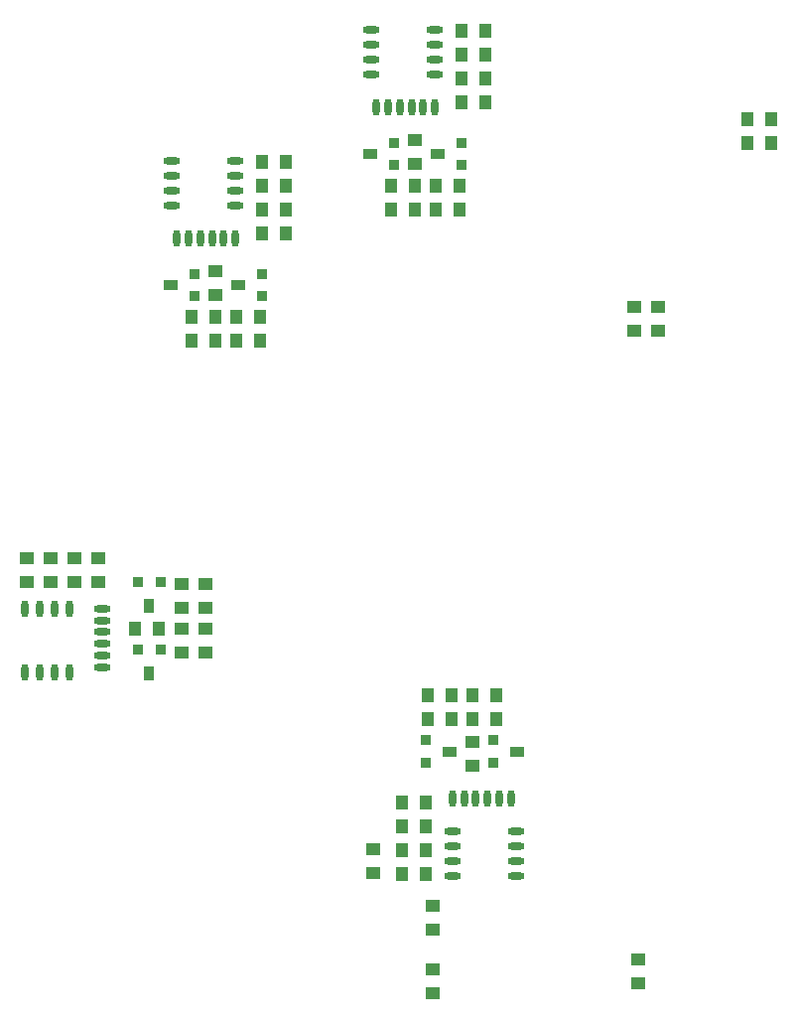
<source format=gtp>
%FSDAX24Y24*%
%MOIN*%
%SFA1B1*%

%IPPOS*%
%ADD10R,0.040000X0.050000*%
%ADD11R,0.050000X0.040000*%
%ADD12O,0.023600X0.057100*%
%ADD13R,0.050000X0.036000*%
%ADD14R,0.036000X0.036000*%
%ADD15O,0.057100X0.023600*%
%ADD16R,0.036000X0.050000*%
%ADD17R,0.036000X0.036000*%
%LNrwsv3-1*%
%LPD*%
G54D10*
X068190Y042050D03*
X067390D03*
X068190Y041250D03*
X067390D03*
X068190Y042850D03*
X067390D03*
X061490Y037650D03*
X060690D03*
X061490Y036850D03*
X060690D03*
X061490Y038450D03*
X060690D03*
X065413Y014550D03*
X066213D03*
X065413Y015350D03*
X066213D03*
X065413Y016150D03*
X066213D03*
X068190Y040450D03*
X067390D03*
X065840Y036850D03*
X065040D03*
Y037650D03*
X065840D03*
X067340D03*
X066540D03*
Y036850D03*
X067340D03*
X061490Y036050D03*
X060690D03*
X059140Y032450D03*
X058340D03*
Y033250D03*
X059140D03*
X060640D03*
X059840D03*
Y032450D03*
X060640D03*
X057240Y022800D03*
X056440D03*
X065413Y016950D03*
X066213D03*
X068563Y019750D03*
X067763D03*
Y020550D03*
X068563D03*
X066263Y019750D03*
X067063D03*
Y020550D03*
X066263D03*
X076990Y039900D03*
X077790D03*
X076990Y039100D03*
X077790D03*
G54D11*
X053590Y025150D03*
Y024350D03*
X054390Y025150D03*
Y024350D03*
X052790Y025150D03*
Y024350D03*
X065840Y038400D03*
Y039200D03*
X059140Y034000D03*
Y034800D03*
X055190Y025150D03*
Y024350D03*
X058790Y022800D03*
Y022000D03*
X057990D03*
Y022800D03*
Y024300D03*
Y023500D03*
X058790D03*
Y024300D03*
X067763Y019000D03*
Y018200D03*
X073340Y011700D03*
Y010900D03*
X073190Y032800D03*
Y033600D03*
X073990Y032800D03*
Y033600D03*
X066440Y010550D03*
Y011350D03*
Y012700D03*
Y013500D03*
X064440Y014600D03*
Y015400D03*
G54D12*
X064540Y040300D03*
X064934D03*
X065327D03*
X065721D03*
X066115D03*
X066508D03*
X057840Y035900D03*
X058234D03*
X058627D03*
X059021D03*
X059415D03*
X059809D03*
X054240Y023473D03*
X053740D03*
X053240D03*
X052740D03*
X054240Y021327D03*
X053740D03*
X053240D03*
X052740D03*
X069063Y017100D03*
X068669D03*
X068275D03*
X067882D03*
X067488D03*
X067094D03*
G54D13*
X066590Y038730D03*
X064340D03*
X059890Y034330D03*
X057640D03*
X069263Y018670D03*
X067013D03*
G54D14*
X067390Y039100D03*
Y038350D03*
X065140Y039100D03*
Y038350D03*
X060690Y034700D03*
Y033950D03*
X058440Y034700D03*
Y033950D03*
X068463Y018300D03*
Y019050D03*
X066213Y018300D03*
Y019050D03*
G54D15*
X066513Y041400D03*
Y041900D03*
Y042400D03*
Y042900D03*
X064367Y041400D03*
Y041900D03*
Y042400D03*
Y042900D03*
X059813Y037000D03*
Y037500D03*
Y038000D03*
Y038500D03*
X057667Y037000D03*
Y037500D03*
Y038000D03*
Y038500D03*
X055340Y021500D03*
Y021894D03*
Y022287D03*
Y022681D03*
Y023075D03*
Y023468D03*
X067090Y016000D03*
Y015500D03*
Y015000D03*
Y014500D03*
X069236Y016000D03*
Y015500D03*
Y015000D03*
Y014500D03*
G54D16*
X056910Y023550D03*
Y021300D03*
G54D17*
X056540Y024350D03*
X057290D03*
X056540Y022100D03*
X057290D03*
M02*
</source>
